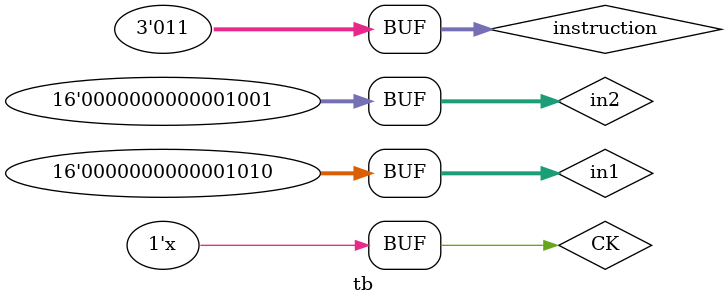
<source format=v>
module tb;

	reg [15:0] in1, in2;
	reg [2:0]  instruction;
	wire[15:0] out;
	reg CK;
	wire busy;

	initial begin
		$dumpfile("wave.vcd");
        $dumpvars;
		in1 <= 16'h000a; //1111000100110010
		in2 <= 16'h0009; //1110100000100101
		instruction = 3'b011;
		CK  = 1'b0;
	end

	alu16 al(
		.inputR1(in1),
		.inputR2(in2),
		.instruction(instruction),
		.CK(CK),
		.outputR(out),
		.busy(busy)
	);

	always begin #5 CK = ~CK; end

	initial begin
		$monitor("The output is: %d busy: %b ", out, busy);
	end

endmodule

</source>
